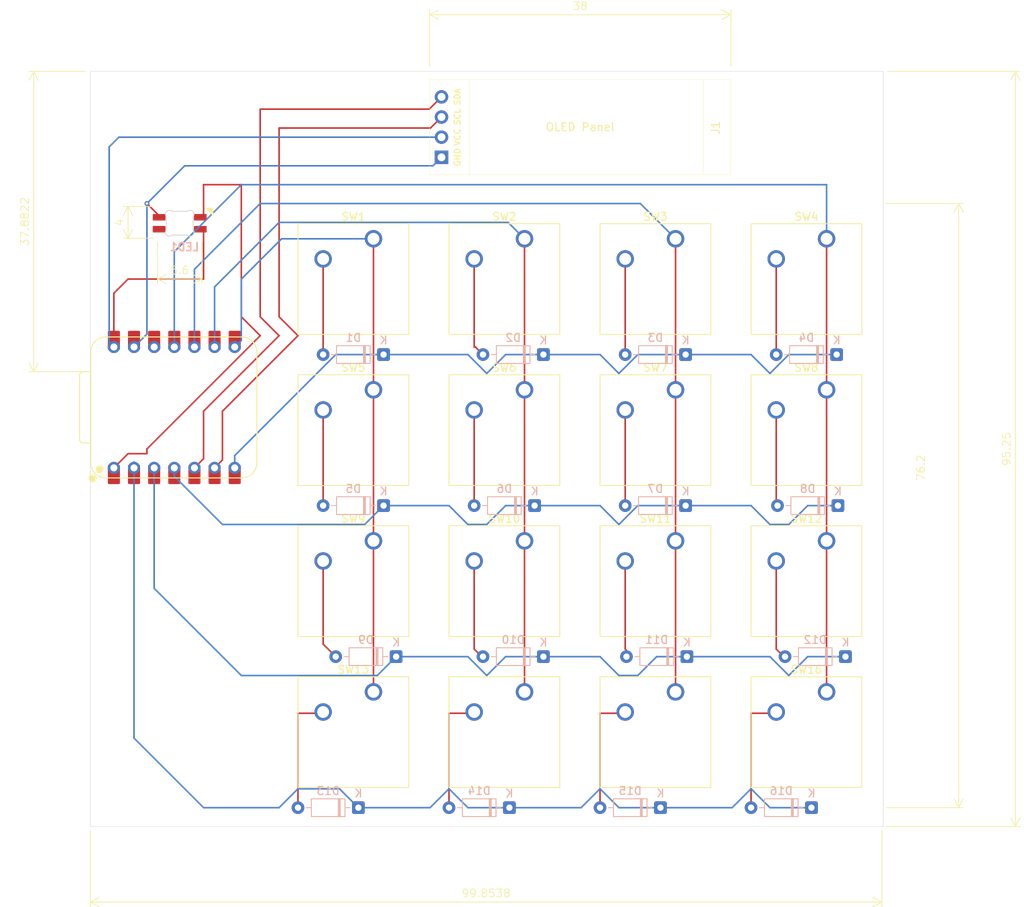
<source format=kicad_pcb>
(kicad_pcb (version 20241229) (generator "pcbnew") (generator_version "9.0")
  (layers (0 "F.Cu" signal) (2 "B.Cu" signal) (13 "F.Paste" user) (15 "B.Paste" user) (5 "F.SilkS" user "F.Silkscreen") (7 "B.SilkS" user "B.Silkscreen") (1 "F.Mask" user) (3 "B.Mask" user) (25 "Edge.Cuts" user))
  (net 0 "")
  (net 1 "Net-(D1-K)")
  (net 2 "Net-(D1-A)")
  (net 3 "Net-(D2-A)")
  (net 4 "Net-(D3-A)")
  (net 5 "Net-(D4-A)")
  (net 6 "Net-(D5-K)")
  (net 7 "Net-(D5-A)")
  (net 8 "Net-(D6-A)")
  (net 9 "Net-(D7-A)")
  (net 10 "Net-(D8-A)")
  (net 11 "Net-(D9-A)")
  (net 12 "+5V")
  (net 13 "GND")
  (net 14 "Net-(D11-A)")
  (net 15 "Net-(D12-A)")
  (net 16 "Net-(D13-A)")
  (net 17 "Net-(D14-A)")
  (net 18 "Net-(D15-A)")
  (net 19 "Net-(D16-A)")
  (net 20 "Net-(J1-Pin_4)")
  (net 21 "Net-(J1-Pin_3)")
  (net 22 "Net-(U1-GPIO1{slash}RX)")
  (net 23 "Net-(U1-GPIO2{slash}SCK)")
  (net 24 "Net-(U1-GPIO4{slash}MISO)")
  (net 25 "Net-(U1-GPIO3{slash}MOSI)")
  (net 27 "Net-(D10-K)")
  (net 28 "Net-(D10-A)")
  (net 29 "Net-(D13-K)")
  (net 31 "Net-(LED1-DIN)")
  (footprint "Button_Switch_Keyboard:SW_Cherry_MX_1.00u_PCB" (layer "F.Cu") (at 123.825 52.07)
    (property "Reference" "SW3" (at -2.54 -2.794 0) (layer "F.SilkS"))
    (property "Value" "SW_Push_45deg")
    (pad "" np_thru_hole circle (at -7.62 5.08) (size 1.7 1.7) (drill 1.7) (layers "*.Cu" "*.Mask"))
    (pad "" np_thru_hole circle (at -2.54 5.08) (size 4 4) (drill 4) (layers "*.Cu" "*.Mask"))
    (pad "" np_thru_hole circle (at 2.54 5.08) (size 1.7 1.7) (drill 1.7) (layers "*.Cu" "*.Mask"))
    (pad "1" thru_hole circle (at 0 0) (size 2.2 2.2) (drill 1.5) (layers "*.Cu" "*.Mask") (net 24 "Net-(U1-GPIO4{slash}MISO)"))
    (pad "2" thru_hole circle (at -6.35 2.54) (size 2.2 2.2) (drill 1.5) (layers "*.Cu" "*.Mask") (net 4 "Net-(D3-A)"))
  )
  (footprint "Button_Switch_Keyboard:SW_Cherry_MX_1.00u_PCB" (layer "F.Cu") (at 85.725 71.12)
    (property "Reference" "SW5" (at -2.54 -2.794 0) (layer "F.SilkS"))
    (property "Value" "SW_Push_45deg")
    (pad "" np_thru_hole circle (at -7.62 5.08) (size 1.7 1.7) (drill 1.7) (layers "*.Cu" "*.Mask"))
    (pad "" np_thru_hole circle (at -2.54 5.08) (size 4 4) (drill 4) (layers "*.Cu" "*.Mask"))
    (pad "" np_thru_hole circle (at 2.54 5.08) (size 1.7 1.7) (drill 1.7) (layers "*.Cu" "*.Mask"))
    (pad "1" thru_hole circle (at 0 0) (size 2.2 2.2) (drill 1.5) (layers "*.Cu" "*.Mask") (net 22 "Net-(U1-GPIO1{slash}RX)"))
    (pad "2" thru_hole circle (at -6.35 2.54) (size 2.2 2.2) (drill 1.5) (layers "*.Cu" "*.Mask") (net 7 "Net-(D5-A)"))
  )
  (footprint "Button_Switch_Keyboard:SW_Cherry_MX_1.00u_PCB" (layer "F.Cu") (at 104.775 109.22)
    (property "Reference" "SW14" (hide yes))
    (property "Value" "SW_Push_45deg")
    (pad "" np_thru_hole circle (at -7.62 5.08) (size 1.7 1.7) (drill 1.7) (layers "*.Cu" "*.Mask"))
    (pad "" np_thru_hole circle (at -2.54 5.08) (size 4 4) (drill 4) (layers "*.Cu" "*.Mask"))
    (pad "" np_thru_hole circle (at 2.54 5.08) (size 1.7 1.7) (drill 1.7) (layers "*.Cu" "*.Mask"))
    (pad "1" thru_hole circle (at 0 0) (size 2.2 2.2) (drill 1.5) (layers "*.Cu" "*.Mask") (net 23 "Net-(U1-GPIO2{slash}SCK)"))
    (pad "2" thru_hole circle (at -6.35 2.54) (size 2.2 2.2) (drill 1.5) (layers "*.Cu" "*.Mask") (net 17 "Net-(D14-A)"))
  )
  (footprint "Button_Switch_Keyboard:SW_Cherry_MX_1.00u_PCB" (layer "F.Cu") (at 104.775 52.07)
    (property "Reference" "SW2" (at -2.54 -2.794 0) (layer "F.SilkS"))
    (property "Value" "SW_Push_45deg")
    (pad "" np_thru_hole circle (at -7.62 5.08) (size 1.7 1.7) (drill 1.7) (layers "*.Cu" "*.Mask"))
    (pad "" np_thru_hole circle (at -2.54 5.08) (size 4 4) (drill 4) (layers "*.Cu" "*.Mask"))
    (pad "" np_thru_hole circle (at 2.54 5.08) (size 1.7 1.7) (drill 1.7) (layers "*.Cu" "*.Mask"))
    (pad "1" thru_hole circle (at 0 0) (size 2.2 2.2) (drill 1.5) (layers "*.Cu" "*.Mask") (net 23 "Net-(U1-GPIO2{slash}SCK)"))
    (pad "2" thru_hole circle (at -6.35 2.54) (size 2.2 2.2) (drill 1.5) (layers "*.Cu" "*.Mask") (net 3 "Net-(D2-A)"))
  )
  (footprint "Button_Switch_Keyboard:SW_Cherry_MX_1.00u_PCB" (layer "F.Cu") (at 123.825 109.22)
    (property "Reference" "SW15" (hide yes))
    (property "Value" "SW_Push_45deg")
    (pad "" np_thru_hole circle (at -7.62 5.08) (size 1.7 1.7) (drill 1.7) (layers "*.Cu" "*.Mask"))
    (pad "" np_thru_hole circle (at -2.54 5.08) (size 4 4) (drill 4) (layers "*.Cu" "*.Mask"))
    (pad "" np_thru_hole circle (at 2.54 5.08) (size 1.7 1.7) (drill 1.7) (layers "*.Cu" "*.Mask"))
    (pad "1" thru_hole circle (at 0 0) (size 2.2 2.2) (drill 1.5) (layers "*.Cu" "*.Mask") (net 24 "Net-(U1-GPIO4{slash}MISO)"))
    (pad "2" thru_hole circle (at -6.35 2.54) (size 2.2 2.2) (drill 1.5) (layers "*.Cu" "*.Mask") (net 18 "Net-(D15-A)"))
  )
  (footprint "OPL Library:XIAO-RP2040-DIP" (layer "F.Cu") (at 60.60125 73.3425 90)
    (property "Reference" "U1" (hide yes))
    (property "Value" "XIAO-RP2040-DIP")
    (pad "1" smd roundrect (at -8.455 -7.62 270) (size 2.432 1.524) (layers "F.Cu" "F.Mask") (roundrect_rratio 0.1) (net 31 "Net-(LED1-DIN)"))
    (pad "1" thru_hole circle (at -7.62 -7.62 270) (size 1.524 1.524) (drill 0.889) (layers "*.Cu" "*.Mask") (net 31 "Net-(LED1-DIN)"))
    (pad "2" smd roundrect (at -8.455 -5.08 270) (size 2.432 1.524) (layers "F.Cu" "F.Mask") (roundrect_rratio 0.1) (net 29 "Net-(D13-K)"))
    (pad "2" thru_hole circle (at -7.62 -5.08 270) (size 1.524 1.524) (drill 0.889) (layers "*.Cu" "*.Mask") (net 29 "Net-(D13-K)"))
    (pad "3" smd roundrect (at -8.455 -2.54 270) (size 2.432 1.524) (layers "F.Cu" "F.Mask") (roundrect_rratio 0.1) (net 27 "Net-(D10-K)"))
    (pad "3" thru_hole circle (at -7.62 -2.54 270) (size 1.524 1.524) (drill 0.889) (layers "*.Cu" "*.Mask") (net 27 "Net-(D10-K)"))
    (pad "4" smd roundrect (at -8.455 0 270) (size 2.432 1.524) (layers "F.Cu" "F.Mask") (roundrect_rratio 0.1) (net 6 "Net-(D5-K)"))
    (pad "4" thru_hole circle (at -7.62 0 270) (size 1.524 1.524) (drill 0.889) (layers "*.Cu" "*.Mask") (net 6 "Net-(D5-K)"))
    (pad "5" smd roundrect (at -8.455 2.54 270) (size 2.432 1.524) (layers "F.Cu" "F.Mask") (roundrect_rratio 0.1) (net 20 "Net-(J1-Pin_4)"))
    (pad "5" thru_hole circle (at -7.62 2.54 270) (size 1.524 1.524) (drill 0.889) (layers "*.Cu" "*.Mask") (net 20 "Net-(J1-Pin_4)"))
    (pad "6" smd roundrect (at -8.455 5.08 270) (size 2.432 1.524) (layers "F.Cu" "F.Mask") (roundrect_rratio 0.1) (net 21 "Net-(J1-Pin_3)"))
    (pad "6" thru_hole circle (at -7.62 5.08 270) (size 1.524 1.524) (drill 0.889) (layers "*.Cu" "*.Mask") (net 21 "Net-(J1-Pin_3)"))
    (pad "7" smd roundrect (at -8.455 7.62 270) (size 2.432 1.524) (layers "F.Cu" "F.Mask") (roundrect_rratio 0.1) (net 1 "Net-(D1-K)"))
    (pad "7" thru_hole circle (at -7.62 7.62 270) (size 1.524 1.524) (drill 0.889) (layers "*.Cu" "*.Mask") (net 1 "Net-(D1-K)"))
    (pad "8" thru_hole circle (at 7.62 7.62 90) (size 1.524 1.524) (drill 0.889) (layers "*.Cu" "*.Mask") (net 22 "Net-(U1-GPIO1{slash}RX)"))
    (pad "8" smd roundrect (at 8.455 7.62 90) (size 2.432 1.524) (layers "F.Cu" "F.Mask") (roundrect_rratio 0.1) (net 22 "Net-(U1-GPIO1{slash}RX)"))
    (pad "9" thru_hole circle (at 7.62 5.08 90) (size 1.524 1.524) (drill 0.889) (layers "*.Cu" "*.Mask") (net 23 "Net-(U1-GPIO2{slash}SCK)"))
    (pad "9" smd roundrect (at 8.455 5.08 90) (size 2.432 1.524) (layers "F.Cu" "F.Mask") (roundrect_rratio 0.1) (net 23 "Net-(U1-GPIO2{slash}SCK)"))
    (pad "10" thru_hole circle (at 7.62 2.54 90) (size 1.524 1.524) (drill 0.889) (layers "*.Cu" "*.Mask") (net 24 "Net-(U1-GPIO4{slash}MISO)"))
    (pad "10" smd roundrect (at 8.455 2.54 90) (size 2.432 1.524) (layers "F.Cu" "F.Mask") (roundrect_rratio 0.1) (net 24 "Net-(U1-GPIO4{slash}MISO)"))
    (pad "11" thru_hole circle (at 7.62 0 90) (size 1.524 1.524) (drill 0.889) (layers "*.Cu" "*.Mask") (net 25 "Net-(U1-GPIO3{slash}MOSI)"))
    (pad "11" smd roundrect (at 8.455 0 90) (size 2.432 1.524) (layers "F.Cu" "F.Mask") (roundrect_rratio 0.1) (net 25 "Net-(U1-GPIO3{slash}MOSI)"))
    (pad "12" thru_hole circle (at 7.62 -2.54 90) (size 1.524 1.524) (drill 0.889) (layers "*.Cu" "*.Mask"))
    (pad "12" smd roundrect (at 8.455 -2.54 90) (size 2.432 1.524) (layers "F.Cu" "F.Mask") (roundrect_rratio 0.1))
    (pad "13" thru_hole circle (at 7.62 -5.08 90) (size 1.524 1.524) (drill 0.889) (layers "*.Cu" "*.Mask") (net 13 "GND"))
    (pad "13" smd roundrect (at 8.455 -5.08 90) (size 2.432 1.524) (layers "F.Cu" "F.Mask") (roundrect_rratio 0.1) (net 13 "GND"))
    (pad "14" thru_hole circle (at 7.62 -7.62 90) (size 1.524 1.524) (drill 0.889) (layers "*.Cu" "*.Mask") (net 12 "+5V"))
    (pad "14" smd roundrect (at 8.455 -7.62 90) (size 2.432 1.524) (layers "F.Cu" "F.Mask") (roundrect_rratio 0.1) (net 12 "+5V"))
  )
  (footprint "Button_Switch_Keyboard:SW_Cherry_MX_1.00u_PCB" (layer "F.Cu") (at 142.875 71.12)
    (property "Reference" "SW8" (at -2.54 -2.794 0) (layer "F.SilkS"))
    (property "Value" "SW_Push_45deg")
    (pad "" np_thru_hole circle (at -7.62 5.08) (size 1.7 1.7) (drill 1.7) (layers "*.Cu" "*.Mask"))
    (pad "" np_thru_hole circle (at -2.54 5.08) (size 4 4) (drill 4) (layers "*.Cu" "*.Mask"))
    (pad "" np_thru_hole circle (at 2.54 5.08) (size 1.7 1.7) (drill 1.7) (layers "*.Cu" "*.Mask"))
    (pad "1" thru_hole circle (at 0 0) (size 2.2 2.2) (drill 1.5) (layers "*.Cu" "*.Mask") (net 25 "Net-(U1-GPIO3{slash}MOSI)"))
    (pad "2" thru_hole circle (at -6.35 2.54) (size 2.2 2.2) (drill 1.5) (layers "*.Cu" "*.Mask") (net 10 "Net-(D8-A)"))
  )
  (footprint "Button_Switch_Keyboard:SW_Cherry_MX_1.00u_PCB" (layer "F.Cu") (at 85.725 109.22)
    (property "Reference" "SW13" (at -2.54 -2.794 0) (layer "F.SilkS"))
    (property "Value" "SW_Push_45deg")
    (pad "" np_thru_hole circle (at -7.62 5.08) (size 1.7 1.7) (drill 1.7) (layers "*.Cu" "*.Mask"))
    (pad "" np_thru_hole circle (at -2.54 5.08) (size 4 4) (drill 4) (layers "*.Cu" "*.Mask"))
    (pad "" np_thru_hole circle (at 2.54 5.08) (size 1.7 1.7) (drill 1.7) (layers "*.Cu" "*.Mask"))
    (pad "1" thru_hole circle (at 0 0) (size 2.2 2.2) (drill 1.5) (layers "*.Cu" "*.Mask") (net 22 "Net-(U1-GPIO1{slash}RX)"))
    (pad "2" thru_hole circle (at -6.35 2.54) (size 2.2 2.2) (drill 1.5) (layers "*.Cu" "*.Mask") (net 16 "Net-(D13-A)"))
  )
  (footprint "Button_Switch_Keyboard:SW_Cherry_MX_1.00u_PCB" (layer "F.Cu") (at 142.875 109.22)
    (property "Reference" "SW16" (at -2.54 -2.794 0) (layer "F.SilkS"))
    (property "Value" "SW_Push_45deg")
    (pad "" np_thru_hole circle (at -7.62 5.08) (size 1.7 1.7) (drill 1.7) (layers "*.Cu" "*.Mask"))
    (pad "" np_thru_hole circle (at -2.54 5.08) (size 4 4) (drill 4) (layers "*.Cu" "*.Mask"))
    (pad "" np_thru_hole circle (at 2.54 5.08) (size 1.7 1.7) (drill 1.7) (layers "*.Cu" "*.Mask"))
    (pad "1" thru_hole circle (at 0 0) (size 2.2 2.2) (drill 1.5) (layers "*.Cu" "*.Mask") (net 25 "Net-(U1-GPIO3{slash}MOSI)"))
    (pad "2" thru_hole circle (at -6.35 2.54) (size 2.2 2.2) (drill 1.5) (layers "*.Cu" "*.Mask") (net 19 "Net-(D16-A)"))
  )
  (footprint "Button_Switch_Keyboard:SW_Cherry_MX_1.00u_PCB" (layer "F.Cu") (at 85.725 52.07)
    (property "Reference" "SW1" (at -2.54 -2.794 0) (layer "F.SilkS"))
    (property "Value" "SW_Push_45deg")
    (pad "" np_thru_hole circle (at -7.62 5.08) (size 1.7 1.7) (drill 1.7) (layers "*.Cu" "*.Mask"))
    (pad "" np_thru_hole circle (at -2.54 5.08) (size 4 4) (drill 4) (layers "*.Cu" "*.Mask"))
    (pad "" np_thru_hole circle (at 2.54 5.08) (size 1.7 1.7) (drill 1.7) (layers "*.Cu" "*.Mask"))
    (pad "1" thru_hole circle (at 0 0) (size 2.2 2.2) (drill 1.5) (layers "*.Cu" "*.Mask") (net 22 "Net-(U1-GPIO1{slash}RX)"))
    (pad "2" thru_hole circle (at -6.35 2.54) (size 2.2 2.2) (drill 1.5) (layers "*.Cu" "*.Mask") (net 2 "Net-(D1-A)"))
  )
  (footprint "Button_Switch_Keyboard:SW_Cherry_MX_1.00u_PCB" (layer "F.Cu") (at 142.875 90.17)
    (property "Reference" "SW12" (at -2.54 -2.794 0) (layer "F.SilkS"))
    (property "Value" "SW_Push_45deg")
    (pad "" np_thru_hole circle (at -7.62 5.08) (size 1.7 1.7) (drill 1.7) (layers "*.Cu" "*.Mask"))
    (pad "" np_thru_hole circle (at -2.54 5.08) (size 4 4) (drill 4) (layers "*.Cu" "*.Mask"))
    (pad "" np_thru_hole circle (at 2.54 5.08) (size 1.7 1.7) (drill 1.7) (layers "*.Cu" "*.Mask"))
    (pad "1" thru_hole circle (at 0 0) (size 2.2 2.2) (drill 1.5) (layers "*.Cu" "*.Mask") (net 25 "Net-(U1-GPIO3{slash}MOSI)"))
    (pad "2" thru_hole circle (at -6.35 2.54) (size 2.2 2.2) (drill 1.5) (layers "*.Cu" "*.Mask") (net 15 "Net-(D12-A)"))
  )
  (footprint "Button_Switch_Keyboard:SW_Cherry_MX_1.00u_PCB" (layer "F.Cu") (at 85.725 90.17)
    (property "Reference" "SW9" (at -2.54 -2.794 0) (layer "F.SilkS"))
    (property "Value" "SW_Push_45deg")
    (pad "" np_thru_hole circle (at -7.62 5.08) (size 1.7 1.7) (drill 1.7) (layers "*.Cu" "*.Mask"))
    (pad "" np_thru_hole circle (at -2.54 5.08) (size 4 4) (drill 4) (layers "*.Cu" "*.Mask"))
    (pad "" np_thru_hole circle (at 2.54 5.08) (size 1.7 1.7) (drill 1.7) (layers "*.Cu" "*.Mask"))
    (pad "1" thru_hole circle (at 0 0) (size 2.2 2.2) (drill 1.5) (layers "*.Cu" "*.Mask") (net 22 "Net-(U1-GPIO1{slash}RX)"))
    (pad "2" thru_hole circle (at -6.35 2.54) (size 2.2 2.2) (drill 1.5) (layers "*.Cu" "*.Mask") (net 11 "Net-(D9-A)"))
  )
  (footprint "Button_Switch_Keyboard:SW_Cherry_MX_1.00u_PCB" (layer "F.Cu") (at 104.775 71.12)
    (property "Reference" "SW6" (at -2.54 -2.794 0) (layer "F.SilkS"))
    (property "Value" "SW_Push_45deg")
    (pad "" np_thru_hole circle (at -7.62 5.08) (size 1.7 1.7) (drill 1.7) (layers "*.Cu" "*.Mask"))
    (pad "" np_thru_hole circle (at -2.54 5.08) (size 4 4) (drill 4) (layers "*.Cu" "*.Mask"))
    (pad "" np_thru_hole circle (at 2.54 5.08) (size 1.7 1.7) (drill 1.7) (layers "*.Cu" "*.Mask"))
    (pad "1" thru_hole circle (at 0 0) (size 2.2 2.2) (drill 1.5) (layers "*.Cu" "*.Mask") (net 23 "Net-(U1-GPIO2{slash}SCK)"))
    (pad "2" thru_hole circle (at -6.35 2.54) (size 2.2 2.2) (drill 1.5) (layers "*.Cu" "*.Mask") (net 8 "Net-(D6-A)"))
  )
  (footprint "Button_Switch_Keyboard:SW_Cherry_MX_1.00u_PCB" (layer "F.Cu") (at 123.825 71.12)
    (property "Reference" "SW7" (at -2.54 -2.794 0) (layer "F.SilkS"))
    (property "Value" "SW_Push_45deg")
    (pad "" np_thru_hole circle (at -7.62 5.08) (size 1.7 1.7) (drill 1.7) (layers "*.Cu" "*.Mask"))
    (pad "" np_thru_hole circle (at -2.54 5.08) (size 4 4) (drill 4) (layers "*.Cu" "*.Mask"))
    (pad "" np_thru_hole circle (at 2.54 5.08) (size 1.7 1.7) (drill 1.7) (layers "*.Cu" "*.Mask"))
    (pad "1" thru_hole circle (at 0 0) (size 2.2 2.2) (drill 1.5) (layers "*.Cu" "*.Mask") (net 24 "Net-(U1-GPIO4{slash}MISO)"))
    (pad "2" thru_hole circle (at -6.35 2.54) (size 2.2 2.2) (drill 1.5) (layers "*.Cu" "*.Mask") (net 9 "Net-(D7-A)"))
  )
  (footprint "Button_Switch_Keyboard:SW_Cherry_MX_1.00u_PCB" (layer "F.Cu") (at 104.775 90.17)
    (property "Reference" "SW10" (at -2.54 -2.794 0) (layer "F.SilkS"))
    (property "Value" "SW_Push_45deg")
    (pad "" np_thru_hole circle (at -7.62 5.08) (size 1.7 1.7) (drill 1.7) (layers "*.Cu" "*.Mask"))
    (pad "" np_thru_hole circle (at -2.54 5.08) (size 4 4) (drill 4) (layers "*.Cu" "*.Mask"))
    (pad "" np_thru_hole circle (at 2.54 5.08) (size 1.7 1.7) (drill 1.7) (layers "*.Cu" "*.Mask"))
    (pad "1" thru_hole circle (at 0 0) (size 2.2 2.2) (drill 1.5) (layers "*.Cu" "*.Mask") (net 23 "Net-(U1-GPIO2{slash}SCK)"))
    (pad "2" thru_hole circle (at -6.35 2.54) (size 2.2 2.2) (drill 1.5) (layers "*.Cu" "*.Mask") (net 28 "Net-(D10-A)"))
  )
  (footprint "Button_Switch_Keyboard:SW_Cherry_MX_1.00u_PCB" (layer "F.Cu") (at 142.875 52.07)
    (property "Reference" "SW4" (at -2.54 -2.794 0) (layer "F.SilkS"))
    (property "Value" "SW_Push_45deg")
    (pad "" np_thru_hole circle (at -7.62 5.08) (size 1.7 1.7) (drill 1.7) (layers "*.Cu" "*.Mask"))
    (pad "" np_thru_hole circle (at -2.54 5.08) (size 4 4) (drill 4) (layers "*.Cu" "*.Mask"))
    (pad "" np_thru_hole circle (at 2.54 5.08) (size 1.7 1.7) (drill 1.7) (layers "*.Cu" "*.Mask"))
    (pad "1" thru_hole circle (at 0 0) (size 2.2 2.2) (drill 1.5) (layers "*.Cu" "*.Mask") (net 25 "Net-(U1-GPIO3{slash}MOSI)"))
    (pad "2" thru_hole circle (at -6.35 2.54) (size 2.2 2.2) (drill 1.5) (layers "*.Cu" "*.Mask") (net 5 "Net-(D4-A)"))
  )
  (footprint "screen:SSD1306-0.91-OLED-4pin-128x32" (layer "F.Cu") (at 130.80375 43.985 180)
    (property "Reference" "J1" (at 1.9 5.91 270) (layer "F.SilkS"))
    (property "Value" "OLED" (hide yes))
    (fp_text user "OLED Panel" (at 19 6 180) (layer "F.SilkS"))
    (fp_text user "VCC" (at 34.5 4.73 90) (layer "F.SilkS") (effects (font (size 0.75 0.75))))
    (fp_text user "GND" (at 34.5 2.19 90) (layer "F.SilkS") (effects (font (size 0.75 0.75))))
    (fp_text user "SDA" (at 34.5 9.81 90) (layer "F.SilkS") (effects (font (size 0.75 0.75))))
    (fp_text user "SCL" (at 34.5 7.27 90) (layer "F.SilkS") (effects (font (size 0.75 0.75))))
    (pad "1" thru_hole rect (at 36.5 2.19 180) (size 1.7 1.7) (drill 1) (layers "*.Cu" "*.Mask") (net 13 "GND"))
    (pad "2" thru_hole oval (at 36.5 4.73 180) (size 1.7 1.7) (drill 1) (layers "*.Cu" "*.Mask") (net 12 "+5V"))
    (pad "3" thru_hole oval (at 36.5 7.27 180) (size 1.7 1.7) (drill 1) (layers "*.Cu" "*.Mask") (net 21 "Net-(J1-Pin_3)"))
    (pad "4" thru_hole oval (at 36.5 9.81 180) (size 1.7 1.7) (drill 1) (layers "*.Cu" "*.Mask") (net 20 "Net-(J1-Pin_4)"))
  )
  (footprint "Button_Switch_Keyboard:SW_Cherry_MX_1.00u_PCB" (layer "F.Cu") (at 123.825 90.17)
    (property "Reference" "SW11" (at -2.54 -2.794 0) (layer "F.SilkS"))
    (property "Value" "SW_Push_45deg")
    (pad "" np_thru_hole circle (at -7.62 5.08) (size 1.7 1.7) (drill 1.7) (layers "*.Cu" "*.Mask"))
    (pad "" np_thru_hole circle (at -2.54 5.08) (size 4 4) (drill 4) (layers "*.Cu" "*.Mask"))
    (pad "" np_thru_hole circle (at 2.54 5.08) (size 1.7 1.7) (drill 1.7) (layers "*.Cu" "*.Mask"))
    (pad "1" thru_hole circle (at 0 0) (size 2.2 2.2) (drill 1.5) (layers "*.Cu" "*.Mask") (net 24 "Net-(U1-GPIO4{slash}MISO)"))
    (pad "2" thru_hole circle (at -6.35 2.54) (size 2.2 2.2) (drill 1.5) (layers "*.Cu" "*.Mask") (net 14 "Net-(D11-A)"))
  )
  (footprint "Diode_THT:D_DO-35_SOD27_P7.62mm_Horizontal" (layer "B.Cu") (at 125.095 66.675 180)
    (property "Reference" "D3" (at 3.81 2.12 0) (layer "B.SilkS") (effects (justify mirror)))
    (property "Value" "1N4148")
    (fp_text user "K" (at 0 1.8 0) (layer "B.SilkS") (effects (justify mirror)))
    (pad "1" thru_hole roundrect (at 0 0 180) (size 1.6 1.6) (drill 0.8) (layers "*.Cu" "*.Mask") (roundrect_rratio 0.15625) (net 1 "Net-(D1-K)"))
    (pad "2" thru_hole circle (at 7.62 0 180) (size 1.6 1.6) (drill 0.8) (layers "*.Cu" "*.Mask") (net 4 "Net-(D3-A)"))
  )
  (footprint "Diode_THT:D_DO-35_SOD27_P7.62mm_Horizontal" (layer "B.Cu") (at 145.25625 104.775 180)
    (property "Reference" "D12" (at 3.81 2.12 0) (layer "B.SilkS") (effects (justify mirror)))
    (property "Value" "1N4148")
    (fp_text user "K" (at 0 1.8 0) (layer "B.SilkS") (effects (justify mirror)))
    (pad "1" thru_hole roundrect (at 0 0 180) (size 1.6 1.6) (drill 0.8) (layers "*.Cu" "*.Mask") (roundrect_rratio 0.15625) (net 27 "Net-(D10-K)"))
    (pad "2" thru_hole circle (at 7.62 0 180) (size 1.6 1.6) (drill 0.8) (layers "*.Cu" "*.Mask") (net 15 "Net-(D12-A)"))
  )
  (footprint "Diode_THT:D_DO-35_SOD27_P7.62mm_Horizontal" (layer "B.Cu") (at 125.25375 104.775 180)
    (property "Reference" "D11" (at 3.81 2.12 0) (layer "B.SilkS") (effects (justify mirror)))
    (property "Value" "1N4148")
    (fp_text user "K" (at 0 1.8 0) (layer "B.SilkS") (effects (justify mirror)))
    (pad "1" thru_hole roundrect (at 0 0 180) (size 1.6 1.6) (drill 0.8) (layers "*.Cu" "*.Mask") (roundrect_rratio 0.15625) (net 27 "Net-(D10-K)"))
    (pad "2" thru_hole circle (at 7.62 0 180) (size 1.6 1.6) (drill 0.8) (layers "*.Cu" "*.Mask") (net 14 "Net-(D11-A)"))
  )
  (footprint "Diode_THT:D_DO-35_SOD27_P7.62mm_Horizontal" (layer "B.Cu") (at 121.92 123.825 180)
    (property "Reference" "D15" (at 3.81 2.12 0) (layer "B.SilkS") (effects (justify mirror)))
    (property "Value" "1N4148")
    (fp_text user "K" (at 0 1.8 0) (layer "B.SilkS") (effects (justify mirror)))
    (pad "1" thru_hole roundrect (at 0 0 180) (size 1.6 1.6) (drill 0.8) (layers "*.Cu" "*.Mask") (roundrect_rratio 0.15625) (net 29 "Net-(D13-K)"))
    (pad "2" thru_hole circle (at 7.62 0 180) (size 1.6 1.6) (drill 0.8) (layers "*.Cu" "*.Mask") (net 18 "Net-(D15-A)"))
  )
  (footprint "Diode_THT:D_DO-35_SOD27_P7.62mm_Horizontal" (layer "B.Cu") (at 140.97 123.825 180)
    (property "Reference" "D16" (at 3.81 2.12 0) (layer "B.SilkS") (effects (justify mirror)))
    (property "Value" "1N4148")
    (fp_text user "K" (at 0 1.8 0) (layer "B.SilkS") (effects (justify mirror)))
    (pad "1" thru_hole roundrect (at 0 0 180) (size 1.6 1.6) (drill 0.8) (layers "*.Cu" "*.Mask") (roundrect_rratio 0.15625) (net 29 "Net-(D13-K)"))
    (pad "2" thru_hole circle (at 7.62 0 180) (size 1.6 1.6) (drill 0.8) (layers "*.Cu" "*.Mask") (net 19 "Net-(D16-A)"))
  )
  (footprint "led_specific:SK6812MINI-E_fixed" (layer "B.Cu") (at 61.28125 50.00625)
    (property "Reference" "LED1" (at 0.6 3.1 0) (layer "B.SilkS") (effects (font (thickness 0.2) (bold yes)) (justify mirror)))
    (property "Value" "SK6812MINI")
    (fp_line (start -1.699998 -0.6) (end -1.699998 0.805684) (stroke (width 0.1)) (layer "Edge.Cuts"))
    (fp_line (start -0.794451 1.602841) (end 0.794454 1.602841) (stroke (width 0.1)) (layer "Edge.Cuts"))
    (fp_line (start 0.794453 -1.397158) (end -0.794451 -1.397158) (stroke (width 0.1)) (layer "Edge.Cuts"))
    (fp_line (start 1.7 0.805684) (end 1.7 -0.6) (stroke (width 0.1)) (layer "Edge.Cuts"))
    (fp_arc (start -1.749483 -0.816878) (mid -1.712526 -0.711226) (end -1.699998 -0.600001) (stroke (width 0.1)) (layer "Edge.Cuts"))
    (fp_arc (start -1.749483 -0.816878) (mid -1.638069 -1.401192) (end -1.04671 -1.465455) (stroke (width 0.1)) (layer "Edge.Cuts"))
    (fp_arc (start -1.699998 0.805684) (mid -1.712526 0.91691) (end -1.749483 1.022562) (stroke (width 0.1)) (layer "Edge.Cuts"))
    (fp_arc (start -1.04671 1.671141) (mid -1.63807 1.606877) (end -1.749483 1.022562) (stroke (width 0.1)) (layer "Edge.Cuts"))
    (fp_arc (start -1.04671 1.671141) (mid -0.925122 1.620219) (end -0.794452 1.602842) (stroke (width 0.1)) (layer "Edge.Cuts"))
    (fp_arc (start -0.794451 -1.397158) (mid -0.925121 -1.414535) (end -1.046709 -1.465457) (stroke (width 0.1)) (layer "Edge.Cuts"))
    (fp_arc (start 0.794454 1.602841) (mid 0.925124 1.620218) (end 1.046712 1.67114) (stroke (width 0.1)) (layer "Edge.Cuts"))
    (fp_arc (start 1.046712 -1.465457) (mid 0.925124 -1.414535) (end 0.794453 -1.397158) (stroke (width 0.1)) (layer "Edge.Cuts"))
    (fp_arc (start 1.046712 -1.465457) (mid 1.638073 -1.401193) (end 1.749485 -0.816877) (stroke (width 0.1)) (layer "Edge.Cuts"))
    (fp_arc (start 1.7 -0.6) (mid 1.712528 -0.711226) (end 1.749485 -0.816878) (stroke (width 0.1)) (layer "Edge.Cuts"))
    (fp_arc (start 1.749485 1.022562) (mid 1.638072 1.606877) (end 1.046712 1.67114) (stroke (width 0.1)) (layer "Edge.Cuts"))
    (fp_arc (start 1.749485 1.022562) (mid 1.712532 0.91691) (end 1.7 0.805685) (stroke (width 0.1)) (layer "Edge.Cuts"))
    (pad "1" smd roundrect (at -2.599999 0.852842 90) (size 0.82 1.6) (layers "F.Cu" "F.Mask" "F.Paste") (roundrect_rratio 0.1))
    (pad "2" smd roundrect (at -2.599999 -0.647158 90) (size 0.82 1.6) (layers "F.Cu" "F.Mask" "F.Paste") (roundrect_rratio 0.1) (net 13 "GND"))
    (pad "3" smd roundrect (at 2.600001 -0.647158 90) (size 0.82 1.6) (layers "F.Cu" "F.Mask" "F.Paste") (roundrect_rratio 0.1) (net 31 "Net-(LED1-DIN)"))
    (pad "4" smd roundrect (at 2.600001 0.852842 90) (size 0.82 1.6) (layers "F.Cu" "F.Mask" "F.Paste") (roundrect_rratio 0.1) (net 12 "+5V"))
  )
  (footprint "Diode_THT:D_DO-35_SOD27_P7.62mm_Horizontal" (layer "B.Cu") (at 107.15625 104.775 180)
    (property "Reference" "D10" (at 3.81 2.12 0) (layer "B.SilkS") (effects (justify mirror)))
    (property "Value" "1N4148")
    (fp_text user "K" (at 0 1.8 0) (layer "B.SilkS") (effects (justify mirror)))
    (pad "1" thru_hole roundrect (at 0 0 180) (size 1.6 1.6) (drill 0.8) (layers "*.Cu" "*.Mask") (roundrect_rratio 0.15625) (net 27 "Net-(D10-K)"))
    (pad "2" thru_hole circle (at 7.62 0 180) (size 1.6 1.6) (drill 0.8) (layers "*.Cu" "*.Mask") (net 28 "Net-(D10-A)"))
  )
  (footprint "Diode_THT:D_DO-35_SOD27_P7.62mm_Horizontal" (layer "B.Cu") (at 144.145 66.675 180)
    (property "Reference" "D4" (at 3.81 2.12 0) (layer "B.SilkS") (effects (justify mirror)))
    (property "Value" "1N4148")
    (fp_text user "K" (at 0 1.8 0) (layer "B.SilkS") (effects (justify mirror)))
    (pad "1" thru_hole roundrect (at 0 0 180) (size 1.6 1.6) (drill 0.8) (layers "*.Cu" "*.Mask") (roundrect_rratio 0.15625) (net 1 "Net-(D1-K)"))
    (pad "2" thru_hole circle (at 7.62 0 180) (size 1.6 1.6) (drill 0.8) (layers "*.Cu" "*.Mask") (net 5 "Net-(D4-A)"))
  )
  (footprint "Diode_THT:D_DO-35_SOD27_P7.62mm_Horizontal" (layer "B.Cu") (at 86.995 66.675 180)
    (property "Reference" "D1" (at 3.81 2.12 0) (layer "B.SilkS") (effects (justify mirror)))
    (property "Value" "1N4148")
    (fp_text user "K" (at 0 1.8 0) (layer "B.SilkS") (effects (justify mirror)))
    (pad "1" thru_hole roundrect (at 0 0 180) (size 1.6 1.6) (drill 0.8) (layers "*.Cu" "*.Mask") (roundrect_rratio 0.15625) (net 1 "Net-(D1-K)"))
    (pad "2" thru_hole circle (at 7.62 0 180) (size 1.6 1.6) (drill 0.8) (layers "*.Cu" "*.Mask") (net 2 "Net-(D1-A)"))
  )
  (footprint "Diode_THT:D_DO-35_SOD27_P7.62mm_Horizontal" (layer "B.Cu") (at 102.87 123.825 180)
    (property "Reference" "D14" (at 3.81 2.12 0) (layer "B.SilkS") (effects (justify mirror)))
    (property "Value" "1N4148")
    (fp_text user "K" (at 0 1.8 0) (layer "B.SilkS") (effects (justify mirror)))
    (pad "1" thru_hole roundrect (at 0 0 180) (size 1.6 1.6) (drill 0.8) (layers "*.Cu" "*.Mask") (roundrect_rratio 0.15625) (net 29 "Net-(D13-K)"))
    (pad "2" thru_hole circle (at 7.62 0 180) (size 1.6 1.6) (drill 0.8) (layers "*.Cu" "*.Mask") (net 17 "Net-(D14-A)"))
  )
  (footprint "Diode_THT:D_DO-35_SOD27_P7.62mm_Horizontal" (layer "B.Cu") (at 144.30375 85.725 180)
    (property "Reference" "D8" (at 3.81 2.12 0) (layer "B.SilkS") (effects (justify mirror)))
    (property "Value" "1N4148")
    (fp_text user "K" (at 0 1.8 0) (layer "B.SilkS") (effects (justify mirror)))
    (pad "1" thru_hole roundrect (at 0 0 180) (size 1.6 1.6) (drill 0.8) (layers "*.Cu" "*.Mask") (roundrect_rratio 0.15625) (net 6 "Net-(D5-K)"))
    (pad "2" thru_hole circle (at 7.62 0 180) (size 1.6 1.6) (drill 0.8) (layers "*.Cu" "*.Mask") (net 10 "Net-(D8-A)"))
  )
  (footprint "Diode_THT:D_DO-35_SOD27_P7.62mm_Horizontal" (layer "B.Cu") (at 125.095 85.725 180)
    (property "Reference" "D7" (at 3.81 2.12 0) (layer "B.SilkS") (effects (justify mirror)))
    (property "Value" "1N4148")
    (fp_text user "K" (at 0 1.8 0) (layer "B.SilkS") (effects (justify mirror)))
    (pad "1" thru_hole roundrect (at 0 0 180) (size 1.6 1.6) (drill 0.8) (layers "*.Cu" "*.Mask") (roundrect_rratio 0.15625) (net 6 "Net-(D5-K)"))
    (pad "2" thru_hole circle (at 7.62 0 180) (size 1.6 1.6) (drill 0.8) (layers "*.Cu" "*.Mask") (net 9 "Net-(D7-A)"))
  )
  (footprint "Diode_THT:D_DO-35_SOD27_P7.62mm_Horizontal" (layer "B.Cu") (at 86.995 85.725 180)
    (property "Reference" "D5" (at 3.81 2.12 0) (layer "B.SilkS") (effects (justify mirror)))
    (property "Value" "1N4148")
    (fp_text user "K" (at 0 1.8 0) (layer "B.SilkS") (effects (justify mirror)))
    (pad "1" thru_hole roundrect (at 0 0 180) (size 1.6 1.6) (drill 0.8) (layers "*.Cu" "*.Mask") (roundrect_rratio 0.15625) (net 6 "Net-(D5-K)"))
    (pad "2" thru_hole circle (at 7.62 0 180) (size 1.6 1.6) (drill 0.8) (layers "*.Cu" "*.Mask") (net 7 "Net-(D5-A)"))
  )
  (footprint "Diode_THT:D_DO-35_SOD27_P7.62mm_Horizontal" (layer "B.Cu") (at 83.82 123.825 180)
    (property "Reference" "D13" (at 3.81 2.12 0) (layer "B.SilkS") (effects (justify mirror)))
    (property "Value" "1N4148")
    (fp_text user "K" (at 0 1.8 0) (layer "B.SilkS") (effects (justify mirror)))
    (pad "1" thru_hole roundrect (at 0 0 180) (size 1.6 1.6) (drill 0.8) (layers "*.Cu" "*.Mask") (roundrect_rratio 0.15625) (net 29 "Net-(D13-K)"))
    (pad "2" thru_hole circle (at 7.62 0 180) (size 1.6 1.6) (drill 0.8) (layers "*.Cu" "*.Mask") (net 16 "Net-(D13-A)"))
  )
  (footprint "Diode_THT:D_DO-35_SOD27_P7.62mm_Horizontal" (layer "B.Cu") (at 88.5825 104.775 180)
    (property "Reference" "D9" (at 3.81 2.12 0) (layer "B.SilkS") (effects (justify mirror)))
    (property "Value" "1N4148")
    (fp_text user "K" (at 0 1.8 0) (layer "B.SilkS") (effects (justify mirror)))
    (pad "1" thru_hole roundrect (at 0 0 180) (size 1.6 1.6) (drill 0.8) (layers "*.Cu" "*.Mask") (roundrect_rratio 0.15625) (net 27 "Net-(D10-K)"))
    (pad "2" thru_hole circle (at 7.62 0 180) (size 1.6 1.6) (drill 0.8) (layers "*.Cu" "*.Mask") (net 11 "Net-(D9-A)"))
  )
  (footprint "Diode_THT:D_DO-35_SOD27_P7.62mm_Horizontal" (layer "B.Cu") (at 106.045 85.725 180)
    (property "Reference" "D6" (at 3.81 2.12 0) (layer "B.SilkS") (effects (justify mirror)))
    (property "Value" "1N4148")
    (fp_text user "K" (at 0 1.8 0) (layer "B.SilkS") (effects (justify mirror)))
    (pad "1" thru_hole roundrect (at 0 0 180) (size 1.6 1.6) (drill 0.8) (layers "*.Cu" "*.Mask") (roundrect_rratio 0.15625) (net 6 "Net-(D5-K)"))
    (pad "2" thru_hole circle (at 7.62 0 180) (size 1.6 1.6) (drill 0.8) (layers "*.Cu" "*.Mask") (net 8 "Net-(D6-A)"))
  )
  (footprint "Diode_THT:D_DO-35_SOD27_P7.62mm_Horizontal" (layer "B.Cu") (at 107.15625 66.675 180)
    (property "Reference" "D2" (at 3.81 2.12 0) (layer "B.SilkS") (effects (justify mirror)))
    (property "Value" "1N4148")
    (fp_text user "K" (at 0 1.8 0) (layer "B.SilkS") (effects (justify mirror)))
    (pad "1" thru_hole roundrect (at 0 0 180) (size 1.6 1.6) (drill 0.8) (layers "*.Cu" "*.Mask") (roundrect_rratio 0.15625) (net 1 "Net-(D1-K)"))
    (pad "2" thru_hole circle (at 7.62 0 180) (size 1.6 1.6) (drill 0.8) (layers "*.Cu" "*.Mask") (net 3 "Net-(D2-A)"))
  )
  (gr_rect (start 50.00625 30.95625) (end 150.01875 126.20625) (stroke (width 0.05)) (fill no) (layer "Edge.Cuts"))
  (dimension (type orthogonal) (layer "F.SilkS") (pts (xy 150.01875 30.95625) (xy 149.86 126.20625)) (height 16.66875) (orientation 1) (format (prefix "") (suffix "") (units 3) (units_format 0) (precision 4) (suppress_zeroes yes)) (style (thickness 0.1) (arrow_length 1.27) (text_position_mode 0) (arrow_direction outward) (extension_height 0.58642) (extension_offset 0.5) (keep_text_aligned yes)) (gr_text "95.25" (at 165.5875 78.58125 90) (layer "F.SilkS") (effects (font (size 1 1) (thickness 0.1)))))
  (dimension (type orthogonal) (layer "F.SilkS") (pts (xy 58.48125 48.00625) (xy 58.48125 52.00625)) (height -3.7125) (orientation 1) (format (prefix "") (suffix "") (units 3) (units_format 0) (precision 4) (suppress_zeroes yes)) (style (thickness 0.1) (arrow_length 1.27) (text_position_mode 0) (arrow_direction outward) (extension_height 0.58642) (extension_offset 0.5) (keep_text_aligned yes)) (gr_text "4" (at 53.66875 50.00625 90) (layer "F.SilkS") (effects (font (size 1 1) (thickness 0.1)))))
  (dimension (type orthogonal) (layer "F.SilkS") (pts (xy 50.00625 30.95625) (xy 50.06025 68.8385)) (height -7.14375) (orientation 1) (format (prefix "") (suffix "") (units 3) (units_format 0) (precision 4) (suppress_zeroes yes)) (style (thickness 0.1) (arrow_length 1.27) (text_position_mode 0) (arrow_direction outward) (extension_height 0.58642) (extension_offset 0.5) (keep_text_aligned yes)) (gr_text "37.8822" (at 41.7625 49.897375 90) (layer "F.SilkS") (effects (font (size 1 1) (thickness 0.1)))))
  (dimension (type orthogonal) (layer "F.SilkS") (pts (xy 92.80375 30.8625) (xy 130.80375 30.8625)) (height -7.05) (orientation 0) (format (prefix "") (suffix "") (units 3) (units_format 0) (precision 4) (suppress_zeroes yes)) (style (thickness 0.1) (arrow_length 1.27) (text_position_mode 0) (arrow_direction outward) (extension_height 0.58642) (extension_offset 0.5) (keep_text_aligned yes)) (gr_text "38" (at 111.80375 22.7125 0) (layer "F.SilkS") (effects (font (size 1 1) (thickness 0.1)))))
  (dimension (type orthogonal) (layer "F.SilkS") (pts (xy 64.08125 52.00625) (xy 58.48125 52.00625)) (height 5.14375) (orientation 0) (format (prefix "") (suffix "") (units 3) (units_format 0) (precision 4) (suppress_zeroes yes)) (style (thickness 0.1) (arrow_length 1.27) (text_position_mode 0) (arrow_direction outward) (extension_height 0.58642) (extension_offset 0.5) (keep_text_aligned yes)) (gr_text "5.6" (at 61.28125 56.05 0) (layer "F.SilkS") (effects (font (size 1 1) (thickness 0.1)))))
  (dimension (type orthogonal) (layer "F.SilkS") (pts (xy 149.86 123.825) (xy 149.86 47.625)) (height 9.68375) (orientation 1) (format (prefix "") (suffix "") (units 3) (units_format 0) (precision 4) (suppress_zeroes yes)) (style (thickness 0.1) (arrow_length 1.27) (text_position_mode 2) (arrow_direction outward) (extension_height 0.58642) (extension_offset 0.5) (keep_text_aligned yes)) (gr_text "76.2" (at 154.78125 80.9625 90) (layer "F.SilkS") (effects (font (size 1 1) (thickness 0.1)))))
  (dimension (type orthogonal) (layer "F.SilkS") (pts (xy 149.86 126.20625) (xy 50.00625 126.20625)) (height 9.525) (orientation 0) (format (prefix "") (suffix "") (units 3) (units_format 0) (precision 4) (suppress_zeroes yes)) (style (thickness 0.1) (arrow_length 1.27) (text_position_mode 0) (arrow_direction outward) (extension_height 0.58642) (extension_offset 0.5) (keep_text_aligned yes)) (gr_text "99.8538" (at 99.933125 134.63125 0) (layer "F.SilkS") (effects (font (size 1 1) (thickness 0.1)))))
  (segment (start 100.0125 69.05625) (end 102.39375 66.675) (width 0.2) (layer "B.Cu") (net 1))
  (segment (start 138.1125 66.675) (end 144.145 66.675) (width 0.2) (layer "B.Cu") (net 1))
  (segment (start 133.35 66.675) (end 135.73125 69.05625) (width 0.2) (layer "B.Cu") (net 1))
  (segment (start 97.63125 66.675) (end 100.0125 69.05625) (width 0.2) (layer "B.Cu") (net 1))
  (segment (start 102.39375 66.675) (end 107.15625 66.675) (width 0.2) (layer "B.Cu") (net 1))
  (segment (start 135.73125 69.05625) (end 138.1125 66.675) (width 0.2) (layer "B.Cu") (net 1))
  (segment (start 68.22125 80.9625) (end 68.22125 79.41625) (width 0.2) (layer "B.Cu") (net 1))
  (segment (start 86.20125 66.675) (end 97.63125 66.675) (width 0.2) (layer "B.Cu") (net 1))
  (segment (start 80.9625 66.675) (end 86.20125 66.675) (width 0.2) (layer "B.Cu") (net 1))
  (segment (start 68.22125 79.41625) (end 80.9625 66.675) (width 0.2) (layer "B.Cu") (net 1))
  (segment (start 114.3 66.675) (end 116.68125 69.05625) (width 0.2) (layer "B.Cu") (net 1))
  (segment (start 107.15625 66.675) (end 114.3 66.675) (width 0.2) (layer "B.Cu") (net 1))
  (segment (start 116.68125 69.05625) (end 119.0625 66.675) (width 0.2) (layer "B.Cu") (net 1))
  (segment (start 125.095 66.675) (end 133.35 66.675) (width 0.2) (layer "B.Cu") (net 1))
  (segment (start 119.0625 66.675) (end 125.095 66.675) (width 0.2) (layer "B.Cu") (net 1))
  (segment (start 79.375 54.61) (end 79.375 66.675) (width 0.2) (layer "F.Cu") (net 2))
  (segment (start 98.8725 55.0575) (end 98.425 54.61) (width 0.2) (layer "F.Cu") (net 3))
  (segment (start 98.425 65.7225) (end 98.58375 65.7225) (width 0.2) (layer "F.Cu") (net 3))
  (segment (start 98.425 65.7225) (end 98.425 54.61) (width 0.2) (layer "F.Cu") (net 3))
  (segment (start 98.58375 65.7225) (end 99.53625 66.675) (width 0.2) (layer "F.Cu") (net 3))
  (segment (start 117.475 54.61) (end 117.475 66.675) (width 0.2) (layer "F.Cu") (net 4))
  (segment (start 117.9225 55.0575) (end 117.475 54.61) (width 0.2) (layer "F.Cu") (net 4))
  (segment (start 136.525 54.61) (end 136.525 66.675) (width 0.2) (layer "F.Cu") (net 5))
  (segment (start 116.68125 88.10625) (end 119.0625 85.725) (width 0.2) (layer "B.Cu") (net 6))
  (segment (start 97.63125 88.10625) (end 100.0125 88.10625) (width 0.2) (layer "B.Cu") (net 6))
  (segment (start 135.73125 88.10625) (end 138.1125 88.10625) (width 0.2) (layer "B.Cu") (net 6))
  (segment (start 140.49375 85.725) (end 144.30375 85.725) (width 0.2) (layer "B.Cu") (net 6))
  (segment (start 86.995 85.725) (end 95.25 85.725) (width 0.2) (layer "B.Cu") (net 6))
  (segment (start 119.0625 85.725) (end 125.095 85.725) (width 0.2) (layer "B.Cu") (net 6))
  (segment (start 138.1125 88.10625) (end 140.49375 85.725) (width 0.2) (layer "B.Cu") (net 6))
  (segment (start 60.60125 82.0325) (end 66.675 88.10625) (width 0.2) (layer "B.Cu") (net 6))
  (segment (start 66.675 88.10625) (end 84.61375 88.10625) (width 0.2) (layer "B.Cu") (net 6))
  (segment (start 133.35 85.725) (end 135.73125 88.10625) (width 0.2) (layer "B.Cu") (net 6))
  (segment (start 84.61375 88.10625) (end 86.995 85.725) (width 0.2) (layer "B.Cu") (net 6))
  (segment (start 125.095 85.725) (end 133.35 85.725) (width 0.2) (layer "B.Cu") (net 6))
  (segment (start 100.0125 88.10625) (end 102.39375 85.725) (width 0.2) (layer "B.Cu") (net 6))
  (segment (start 60.60125 80.9625) (end 60.60125 82.0325) (width 0.2) (layer "B.Cu") (net 6))
  (segment (start 106.045 85.725) (end 114.3 85.725) (width 0.2) (layer "B.Cu") (net 6))
  (segment (start 102.39375 85.725) (end 106.045 85.725) (width 0.2) (layer "B.Cu") (net 6))
  (segment (start 114.3 85.725) (end 116.68125 88.10625) (width 0.2) (layer "B.Cu") (net 6))
  (segment (start 95.25 85.725) (end 97.63125 88.10625) (width 0.2) (layer "B.Cu") (net 6))
  (segment (start 79.375 85.725) (end 79.375 73.66) (width 0.2) (layer "F.Cu") (net 7))
  (segment (start 98.425 73.66) (end 98.425 85.725) (width 0.2) (layer "F.Cu") (net 8))
  (segment (start 117.475 73.66) (end 117.475 85.725) (width 0.2) (layer "F.Cu") (net 9))
  (segment (start 117.31625 73.81875) (end 117.475 73.66) (width 0.2) (layer "B.Cu") (net 9))
  (segment (start 136.525 73.66) (end 136.525 85.56625) (width 0.2) (layer "F.Cu") (net 10))
  (segment (start 136.525 85.56625) (end 136.68375 85.725) (width 0.2) (layer "F.Cu") (net 10))
  (segment (start 136.68375 85.43625) (end 136.68375 85.725) (width 0.2) (layer "F.Cu") (net 10))
  (segment (start 79.375 103.1875) (end 80.9625 104.775) (width 0.2) (layer "F.Cu") (net 11))
  (segment (start 79.375 92.71) (end 79.375 103.1875) (width 0.2) (layer "F.Cu") (net 11))
  (segment (start 79.375 92.71) (end 79.21625 92.86875) (width 0.2) (layer "B.Cu") (net 11))
  (segment (start 52.98125 58.9375) (end 54.76875 57.15) (width 0.2) (layer "F.Cu") (net 12))
  (segment (start 52.98125 64.8875) (end 52.98125 58.9375) (width 0.2) (layer "F.Cu") (net 12))
  (segment (start 64.29375 51.271591) (end 63.881251 50.859092) (width 0.2) (layer "F.Cu") (net 12))
  (segment (start 64.29375 57.15) (end 64.29375 51.271591) (width 0.2) (layer "F.Cu") (net 12))
  (segment (start 54.76875 57.15) (end 64.29375 57.15) (width 0.2) (layer "F.Cu") (net 12))
  (segment (start 52.3875 40.48125) (end 53.61375 39.255) (width 0.2) (layer "B.Cu") (net 12))
  (segment (start 52.98125 65.7225) (end 52.3875 65.12875) (width 0.2) (layer "B.Cu") (net 12))
  (segment (start 52.3875 65.12875) (end 52.3875 40.48125) (width 0.2) (layer "B.Cu") (net 12))
  (segment (start 53.61375 39.255) (end 94.30375 39.255) (width 0.2) (layer "B.Cu") (net 12))
  (segment (start 58.681251 49.359092) (end 58.681251 49.156251) (width 0.2) (layer "F.Cu") (net 13))
  (segment (start 58.681251 49.156251) (end 57.15 47.625) (width 0.2) (layer "F.Cu") (net 13))
  (via (at 57.15 47.625) (size 0.6) (drill 0.3) (layers "F.Cu" "B.Cu") (net 13))
  (segment (start 57.15 47.625) (end 61.9125 42.8625) (width 0.2) (layer "B.Cu") (net 13))
  (segment (start 61.9125 42.8625) (end 93.23625 42.8625) (width 0.2) (layer "B.Cu") (net 13))
  (segment (start 93.23625 42.8625) (end 94.30375 41.795) (width 0.2) (layer "B.Cu") (net 13))
  (segment (start 57.15 64.09375) (end 57.15 47.625) (width 0.2) (layer "B.Cu") (net 13))
  (segment (start 55.52125 65.7225) (end 57.15 64.09375) (width 0.2) (layer "B.Cu") (net 13))
  (segment (start 117.63375 104.775) (end 117.63375 103.98125) (width 0.2) (layer "F.Cu") (net 14))
  (segment (start 117.475 103.8225) (end 117.475 92.71) (width 0.2) (layer "F.Cu") (net 14))
  (segment (start 117.63375 103.98125) (end 117.475 103.8225) (width 0.2) (layer "F.Cu") (net 14))
  (segment (start 137.4775 104.775) (end 136.525 103.8225) (width 0.2) (layer "F.Cu") (net 15))
  (segment (start 136.525 103.8225) (end 136.525 92.71) (width 0.2) (layer "F.Cu") (net 15))
  (segment (start 137.63625 104.775) (end 137.4775 104.775) (width 0.2) (layer "B.Cu") (net 15))
  (segment (start 76.2 111.91875) (end 79.21625 111.91875) (width 0.2) (layer "F.Cu") (net 16))
  (segment (start 76.2 123.125) (end 76.2 111.91875) (width 0.2) (layer "F.Cu") (net 16))
  (segment (start 79.21625 111.91875) (end 79.375 111.76) (width 0.2) (layer "B.Cu") (net 16))
  (segment (start 95.25 123.125) (end 95.25 111.91875) (width 0.2) (layer "F.Cu") (net 17))
  (segment (start 95.25 111.91875) (end 98.26625 111.91875) (width 0.2) (layer "F.Cu") (net 17))
  (segment (start 98.26625 111.91875) (end 98.425 111.76) (width 0.2) (layer "B.Cu") (net 17))
  (segment (start 114.3 111.91875) (end 117.31625 111.91875) (width 0.2) (layer "F.Cu") (net 18))
  (segment (start 114.3 123.125) (end 114.3 111.91875) (width 0.2) (layer "F.Cu") (net 18))
  (segment (start 117.31625 111.91875) (end 117.475 111.76) (width 0.2) (layer "B.Cu") (net 18))
  (segment (start 133.35 123.125) (end 133.35 111.91875) (width 0.2) (layer "F.Cu") (net 19))
  (segment (start 133.35 111.91875) (end 136.36625 111.91875) (width 0.2) (layer "F.Cu") (net 19))
  (segment (start 136.36625 111.91875) (end 136.525 111.76) (width 0.2) (layer "B.Cu") (net 19))
  (segment (start 64.29375 79.81) (end 64.29375 73.81875) (width 0.2) (layer "F.Cu") (net 20))
  (segment (start 92.76 35.71875) (end 94.30375 34.175) (width 0.2) (layer "F.Cu") (net 20))
  (segment (start 73.81875 64.29375) (end 71.4375 61.9125) (width 0.2) (layer "F.Cu") (net 20))
  (segment (start 71.4375 35.71875) (end 92.76 35.71875) (width 0.2) (layer "F.Cu") (net 20))
  (segment (start 64.29375 73.81875) (end 73.81875 64.29375) (width 0.2) (layer "F.Cu") (net 20))
  (segment (start 71.4375 61.9125) (end 71.4375 35.71875) (width 0.2) (layer "F.Cu") (net 20))
  (segment (start 63.14125 80.9625) (end 64.29375 79.81) (width 0.2) (layer "F.Cu") (net 20))
  (segment (start 66.675 79.96875) (end 66.675 73.81875) (width 0.2) (layer "F.Cu") (net 21))
  (segment (start 73.81875 38.1) (end 92.91875 38.1) (width 0.2) (layer "F.Cu") (net 21))
  (segment (start 73.81875 61.9125) (end 73.81875 38.1) (width 0.2) (layer "F.Cu") (net 21))
  (segment (start 65.68125 80.9625) (end 66.675 79.96875) (width 0.2) (layer "F.Cu") (net 21))
  (segment (start 92.91875 38.1) (end 94.30375 36.715) (width 0.2) (layer "F.Cu") (net 21))
  (segment (start 76.2 64.29375) (end 73.81875 61.9125) (width 0.2) (layer "F.Cu") (net 21))
  (segment (start 66.675 73.81875) (end 76.2 64.29375) (width 0.2) (layer "F.Cu") (net 21))
  (segment (start 85.725 52.07) (end 85.725 109.22) (width 0.2) (layer "F.Cu") (net 22))
  (segment (start 85.4075 52.3875) (end 85.725 52.07) (width 0.2) (layer "F.Cu") (net 22))
  (segment (start 69.05625 57.15) (end 74.13625 52.07) (width 0.2) (layer "B.Cu") (net 22))
  (segment (start 68.22125 65.7225) (end 69.05625 64.8875) (width 0.2) (layer "B.Cu") (net 22))
  (segment (start 69.05625 64.8875) (end 69.05625 57.15) (width 0.2) (layer "B.Cu") (net 22))
  (segment (start 74.13625 52.07) (end 85.725 52.07) (width 0.2) (layer "B.Cu") (net 22))
  (segment (start 104.775 52.07) (end 104.775 109.22) (width 0.2) (layer "F.Cu") (net 23))
  (segment (start 73.81875 50.00625) (end 102.71125 50.00625) (width 0.2) (layer "B.Cu") (net 23))
  (segment (start 65.68125 65.7225) (end 65.68125 58.14375) (width 0.2) (layer "B.Cu") (net 23))
  (segment (start 65.68125 58.14375) (end 73.81875 50.00625) (width 0.2) (layer "B.Cu") (net 23))
  (segment (start 102.71125 50.00625) (end 104.775 52.07) (width 0.2) (layer "B.Cu") (net 23))
  (segment (start 123.825 52.07) (end 123.825 109.22) (width 0.2) (layer "F.Cu") (net 24))
  (segment (start 63.14125 65.7225) (end 63.14125 55.92125) (width 0.2) (layer "B.Cu") (net 24))
  (segment (start 71.4375 47.625) (end 119.38 47.625) (width 0.2) (layer "B.Cu") (net 24))
  (segment (start 119.38 47.625) (end 123.825 52.07) (width 0.2) (layer "B.Cu") (net 24))
  (segment (start 63.14125 55.92125) (end 71.4375 47.625) (width 0.2) (layer "B.Cu") (net 24))
  (segment (start 142.875 52.07) (end 142.875 109.22) (width 0.2) (layer "F.Cu") (net 25))
  (segment (start 142.875 45.24375) (end 142.875 52.07) (width 0.2) (layer "B.Cu") (net 25))
  (segment (start 69.05625 45.24375) (end 142.875 45.24375) (width 0.2) (layer "B.Cu") (net 25))
  (segment (start 60.60125 65.7225) (end 60.60125 53.69875) (width 0.2) (layer "B.Cu") (net 25))
  (segment (start 60.60125 53.69875) (end 69.05625 45.24375) (width 0.2) (layer "B.Cu") (net 25))
  (segment (start 69.05625 107.15625) (end 86.20125 107.15625) (width 0.2) (layer "B.Cu") (net 27))
  (segment (start 58.06125 80.9625) (end 58.06125 96.16125) (width 0.2) (layer "B.Cu") (net 27))
  (segment (start 107.15625 104.775) (end 114.3 104.775) (width 0.2) (layer "B.Cu") (net 27))
  (segment (start 102.39375 104.775) (end 107.15625 104.775) (width 0.2) (layer "B.Cu") (net 27))
  (segment (start 125.25375 104.775) (end 135.73125 104.775) (width 0.2) (layer "B.Cu") (net 27))
  (segment (start 135.73125 104.775) (end 138.1125 107.15625) (width 0.2) (layer "B.Cu") (net 27))
  (segment (start 116.68125 107.15625) (end 119.0625 107.15625) (width 0.2) (layer "B.Cu") (net 27))
  (segment (start 100.0125 107.15625) (end 102.39375 104.775) (width 0.2) (layer "B.Cu") (net 27))
  (segment (start 121.44375 104.775) (end 125.25375 104.775) (width 0.2) (layer "B.Cu") (net 27))
  (segment (start 140.49375 104.775) (end 145.25625 104.775) (width 0.2) (layer "B.Cu") (net 27))
  (segment (start 114.3 104.775) (end 116.68125 107.15625) (width 0.2) (layer "B.Cu") (net 27))
  (segment (start 119.0625 107.15625) (end 121.44375 104.775) (width 0.2) (layer "B.Cu") (net 27))
  (segment (start 97.63125 104.775) (end 100.0125 107.15625) (width 0.2) (layer "B.Cu") (net 27))
  (segment (start 88.5825 104.775) (end 97.63125 104.775) (width 0.2) (layer "B.Cu") (net 27))
  (segment (start 138.1125 107.15625) (end 140.49375 104.775) (width 0.2) (layer "B.Cu") (net 27))
  (segment (start 86.20125 107.15625) (end 88.5825 104.775) (width 0.2) (layer "B.Cu") (net 27))
  (segment (start 58.06125 96.16125) (end 69.05625 107.15625) (width 0.2) (layer "B.Cu") (net 27))
  (segment (start 99.3775 104.775) (end 98.425 103.8225) (width 0.2) (layer "F.Cu") (net 28))
  (segment (start 98.425 103.8225) (end 98.425 92.71) (width 0.2) (layer "F.Cu") (net 28))
  (segment (start 99.53625 104.775) (end 99.3775 104.775) (width 0.2) (layer "F.Cu") (net 28))
  (segment (start 111.91875 123.825) (end 114.3 121.44375) (width 0.2) (layer "B.Cu") (net 29))
  (segment (start 121.92 123.825) (end 130.96875 123.825) (width 0.2) (layer "B.Cu") (net 29))
  (segment (start 102.87 123.825) (end 111.91875 123.825) (width 0.2) (layer "B.Cu") (net 29))
  (segment (start 64.29375 123.825) (end 73.81875 123.825) (width 0.2) (layer "B.Cu") (net 29))
  (segment (start 55.52125 80.21) (end 55.52125 80.9625) (width 0.2) (layer "B.Cu") (net 29))
  (segment (start 92.86875 123.825) (end 95.25 121.44375) (width 0.2) (layer "B.Cu") (net 29))
  (segment (start 97.63125 123.825) (end 102.87 123.825) (width 0.2) (layer "B.Cu") (net 29))
  (segment (start 133.35 121.44375) (end 135.73125 123.825) (width 0.2) (layer "B.Cu") (net 29))
  (segment (start 76.2 121.44375) (end 81.43875 121.44375) (width 0.2) (layer "B.Cu") (net 29))
  (segment (start 73.81875 123.825) (end 76.2 121.44375) (width 0.2) (layer "B.Cu") (net 29))
  (segment (start 135.73125 123.825) (end 140.97 123.825) (width 0.2) (layer "B.Cu") (net 29))
  (segment (start 83.82 123.825) (end 92.86875 123.825) (width 0.2) (layer "B.Cu") (net 29))
  (segment (start 130.96875 123.825) (end 133.35 121.44375) (width 0.2) (layer "B.Cu") (net 29))
  (segment (start 116.68125 123.825) (end 121.92 123.825) (width 0.2) (layer "B.Cu") (net 29))
  (segment (start 81.43875 121.44375) (end 83.82 123.825) (width 0.2) (layer "B.Cu") (net 29))
  (segment (start 114.3 121.44375) (end 116.68125 123.825) (width 0.2) (layer "B.Cu") (net 29))
  (segment (start 95.25 121.44375) (end 97.63125 123.825) (width 0.2) (layer "B.Cu") (net 29))
  (segment (start 55.52125 80.9625) (end 55.52125 115.0525) (width 0.2) (layer "B.Cu") (net 29))
  (segment (start 55.52125 115.0525) (end 64.29375 123.825) (width 0.2) (layer "B.Cu") (net 29))
  (segment (start 69.05625 45.24375) (end 64.29375 45.24375) (width 0.2) (layer "F.Cu") (net 31))
  (segment (start 69.05625 61.9125) (end 69.05625 45.24375) (width 0.2) (layer "F.Cu") (net 31))
  (segment (start 54.76875 79.175) (end 57.15 79.175) (width 0.2) (layer "F.Cu") (net 31))
  (segment (start 52.98125 80.9625) (end 54.76875 79.175) (width 0.2) (layer "F.Cu") (net 31))
  (segment (start 71.4375 64.29375) (end 69.05625 61.9125) (width 0.2) (layer "F.Cu") (net 31))
  (segment (start 57.15 78.58125) (end 71.4375 64.29375) (width 0.2) (layer "F.Cu") (net 31))
  (segment (start 57.15 79.175) (end 57.15 78.58125) (width 0.2) (layer "F.Cu") (net 31))
  (segment (start 64.29375 45.24375) (end 64.29375 48.946593) (width 0.2) (layer "F.Cu") (net 31))
  (segment (start 64.29375 48.946593) (end 63.881251 49.359092) (width 0.2) (layer "F.Cu") (net 31))
)
</source>
